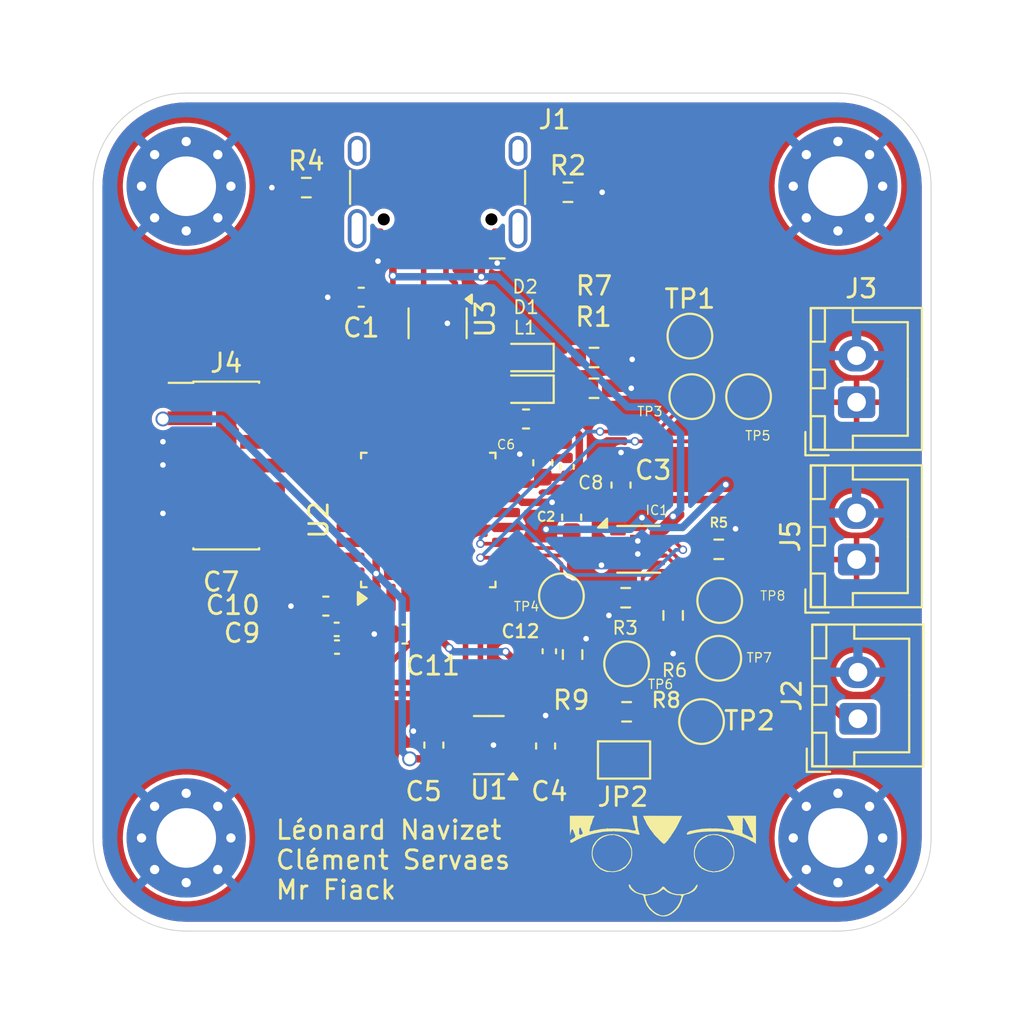
<source format=kicad_pcb>
(kicad_pcb (version 20240108) (generator "pcbnew") (generator_version "8.0")
  (title_block (title "Batterie") (date "2025-03-10") (company "ENSEA") (comment 1 "Léonard NAVIZET") (comment 2 "Clément Servaes"))
  (layers (0 "F.Cu" signal) (31 "B.Cu" signal) (34 "B.Paste" user) (35 "F.Paste" user) (36 "B.SilkS" user "B.Silkscreen") (37 "F.SilkS" user "F.Silkscreen") (38 "B.Mask" user) (39 "F.Mask" user) (44 "Edge.Cuts" user))
  (net 0 "")
  (net 1 "+5V")
  (net 2 "GND")
  (net 3 "SYS")
  (net 4 "BAT")
  (net 5 "+3.3V")
  (net 6 "+3.3VA")
  (net 7 "NRST")
  (net 8 "LED_Status")
  (net 9 "STAT2")
  (net 10 "STAT1")
  (net 11 "Charge Enabler")
  (net 13 "D_p_1")
  (net 16 "Net-(J1-CC1)")
  (net 17 "Net-(J1-CC2)")
  (net 20 "D_m_1")
  (net 24 "USART2_RX")
  (net 25 "USART2_TX")
  (net 26 "SYS_SWCLK")
  (net 28 "SYS_SWDIO")
  (net 33 "D_m_2")
  (net 39 "LED_Playing")
  (net 40 "/VIN")
  (net 41 "D_p_2")
  (net 43 "VBAT")
  (net 49 "/LED_Stat")
  (net 50 "/LED_play")
  (net 51 "/Iset")
  (net 52 "/Ilim{slash}Vset")
  (net 53 "/TS MR")
  (footprint "Capacitor_SMD:C_0603_1608Metric" (layer "F.Cu") (at 130.7 67.775 90)
    (property "Reference" "C2")
    (property "Value" "10uF")
  )
  (footprint "Resistor_SMD:R_0603_1608Metric" (layer "F.Cu") (at 131.9 60.85)
    (property "Reference" "R1")
    (property "Value" "1k")
  )
  (footprint "Capacitor_SMD:C_0402_1005Metric" (layer "F.Cu") (at 118.08 73.8 180)
    (property "Reference" "C10")
    (property "Value" "100 nF")
  )
  (footprint "Connector_USB:USB_C_Receptacle_HCTL_HC-TYPE-C-16P-01A" (layer "F.Cu") (at 123.5 49.175 180)
    (property "Reference" "J1")
    (property "Value" "USB_C_Receptacle_USB2.0_16P")
  )
  (footprint "LOGO" (layer "F.Cu") (at 135.6 86.625)
    (property "Reference" "G***" (hide yes))
    (property "Value" "LOGO" (hide yes))
  )
  (footprint "Resistor_SMD:R_0603_1608Metric" (layer "F.Cu") (at 130.75 75.15 90)
    (property "Reference" "R9")
    (property "Value" "1k")
  )
  (footprint "LED_SMD:LED_0603_1608Metric" (layer "F.Cu") (at 128.25 59.2 180)
    (property "Reference" "D2")
    (property "Value" "Green_LED")
  )
  (footprint "TestPoint:TestPoint_Pad_D2.0mm" (layer "F.Cu") (at 137.675 78.75)
    (property "Reference" "TP2")
    (property "Value" "TestPoint")
  )
  (footprint "Package_QFP:LQFP-32_7x7mm_P0.8mm" (layer "F.Cu") (at 123 67.925 90)
    (property "Reference" "U2")
    (property "Value" "STM32G431KBTx")
  )
  (footprint "MountingHole:MountingHole_3.2mm_M3_Pad_Via" (layer "F.Cu") (at 110 85)
    (property "Reference" "H4" (hide yes))
    (property "Value" "MountingHole_Pad")
  )
  (footprint "Connector_JST:JST_XH_B2B-XH-A_1x02_P2.50mm_Vertical" (layer "F.Cu") (at 146 70.05 90)
    (property "Reference" "J5")
    (property "Value" "Conn_01x02")
  )
  (footprint "Resistor_SMD:R_0603_1608Metric" (layer "F.Cu") (at 138.6 69.5)
    (property "Reference" "R5")
    (property "Value" "300")
  )
  (footprint "TestPoint:TestPoint_Pad_D2.0mm" (layer "F.Cu") (at 137.05 58.05)
    (property "Reference" "TP1")
    (property "Value" "TestPoint")
  )
  (footprint "Capacitor_SMD:C_0603_1608Metric" (layer "F.Cu") (at 129.3 80.0625 90)
    (property "Reference" "C4")
    (property "Value" "1 µ")
  )
  (footprint "Capacitor_SMD:C_0603_1608Metric" (layer "F.Cu") (at 121.75 74.05 180)
    (property "Reference" "C11")
    (property "Value" "100uF")
  )
  (footprint "Capacitor_SMD:C_0603_1608Metric" (layer "F.Cu") (at 119.4 55.9625)
    (property "Reference" "C1")
    (property "Value" "1uF")
  )
  (footprint "Jumper:SolderJumper-2_P1.3mm_Open_TrianglePad1.0x1.5mm" (layer "F.Cu") (at 133.5125 80.8125)
    (property "Reference" "JP2")
    (property "Value" "SolderJumper_2_Open")
  )
  (footprint "Inductor_SMD:L_0603_1608Metric" (layer "F.Cu") (at 128.25 62.5 180)
    (property "Reference" "L1")
    (property "Value" "39 nH")
  )
  (footprint "Resistor_SMD:R_0603_1608Metric" (layer "F.Cu") (at 116.45 50.075)
    (property "Reference" "R4")
    (property "Value" "5.1k")
  )
  (footprint "MountingHole:MountingHole_3.2mm_M3_Pad_Via" (layer "F.Cu") (at 145 85)
    (property "Reference" "H3" (hide yes))
    (property "Value" "MountingHole_Pad")
  )
  (footprint "TestPoint:TestPoint_Pad_D2.0mm" (layer "F.Cu") (at 133.65 75.65)
    (property "Reference" "TP6")
    (property "Value" "TestPoint")
  )
  (footprint "Capacitor_SMD:C_0603_1608Metric" (layer "F.Cu") (at 117.5 72.55 180)
    (property "Reference" "C7")
    (property "Value" "4.7 µF")
  )
  (footprint "Capacitor_SMD:C_0603_1608Metric" (layer "F.Cu") (at 123.3 80.0125 90)
    (property "Reference" "C5")
    (property "Value" "1 µ")
  )
  (footprint "Resistor_SMD:R_0603_1608Metric" (layer "F.Cu") (at 133.65 78.225 180)
    (property "Reference" "R8")
    (property "Value" "9k")
  )
  (footprint "Capacitor_SMD:C_0603_1608Metric" (layer "F.Cu") (at 133.35 66.05 -90)
    (property "Reference" "C3")
    (property "Value" "10uF")
  )
  (footprint "Resistor_SMD:R_0603_1608Metric" (layer "F.Cu") (at 136.15 73.05 -90)
    (property "Reference" "R6")
    (property "Value" "6.8 k")
  )
  (footprint "MountingHole:MountingHole_3.2mm_M3_Pad_Via" (layer "F.Cu") (at 110 50)
    (property "Reference" "H2" (hide yes))
    (property "Value" "MountingHole_Pad")
  )
  (footprint "Connector_JST:JST_XH_B2B-XH-A_1x02_P2.50mm_Vertical" (layer "F.Cu") (at 146.075 78.6 90)
    (property "Reference" "J2")
    (property "Value" "Conn_01x02")
  )
  (footprint "LED_SMD:LED_0603_1608Metric" (layer "F.Cu") (at 128.25 60.9 180)
    (property "Reference" "D1")
    (property "Value" "Green_LED")
  )
  (footprint "Package_TO_SOT_SMD:SOT-23-6" (layer "F.Cu") (at 123.5 57.3625 -90)
    (property "Reference" "U3")
    (property "Value" "USBLC6-2SC6")
  )
  (footprint "TestPoint:TestPoint_Pad_D2.0mm" (layer "F.Cu") (at 138.6 75.35)
    (property "Reference" "TP7")
    (property "Value" "TestPoint")
  )
  (footprint "Capacitor_SMD:C_0603_1608Metric" (layer "F.Cu") (at 129.15 64.85 90)
    (property "Reference" "C6")
    (property "Value" "1 µF")
  )
  (footprint "Package_TO_SOT_SMD:SOT-23-5" (layer "F.Cu") (at 126.25 80.0125 180)
    (property "Reference" "U1")
    (property "Value" "BU33SD5WG-TR")
  )
  (footprint "Capacitor_SMD:C_0402_1005Metric" (layer "F.Cu") (at 130.45 65.07 90)
    (property "Reference" "C8")
    (property "Value" "10 nF")
  )
  (footprint "Package_SON:WSON-10-1EP_2.5x2.5mm_P0.5mm_EP1.2x2mm" (layer "F.Cu") (at 134.4 69.63)
    (property "Reference" "IC1")
    (property "Value" "BQ25185DLHR")
  )
  (footprint "Connector_JST:JST_XH_B2B-XH-A_1x02_P2.50mm_Vertical" (layer "F.Cu") (at 146 61.6 90)
    (property "Reference" "J3")
    (property "Value" "Conn_01x02")
  )
  (footprint "Capacitor_SMD:C_0402_1005Metric" (layer "F.Cu") (at 118.1 74.75 180)
    (property "Reference" "C9")
    (property "Value" "100 nF")
  )
  (footprint "TestPoint:TestPoint_Pad_D2.0mm" (layer "F.Cu") (at 137.15 61.3)
    (property "Reference" "TP3")
    (property "Value" "TestPoint")
  )
  (footprint "TestPoint:TestPoint_Pad_D2.0mm" (layer "F.Cu") (at 130.15 72)
    (property "Reference" "TP4")
    (property "Value" "TestPoint")
  )
  (footprint "Resistor_SMD:R_0603_1608Metric" (layer "F.Cu") (at 133.6 72.1 180)
    (property "Reference" "R3")
    (property "Value" "10 k")
  )
  (footprint "Resistor_SMD:R_0603_1608Metric" (layer "F.Cu") (at 131.9 59.2)
    (property "Reference" "R7")
    (property "Value" "1k")
  )
  (footprint "Capacitor_SMD:C_0402_1005Metric" (layer "F.Cu") (at 129.5 74.975 90)
    (property "Reference" "C12")
    (property "Value" "100nF")
  )
  (footprint "Resistor_SMD:R_0603_1608Metric" (layer "F.Cu") (at 130.5 50.325)
    (property "Reference" "R2")
    (property "Value" "5.1k")
  )
  (footprint "MountingHole:MountingHole_3.2mm_M3_Pad_Via" (layer "F.Cu") (at 145 50)
    (property "Reference" "H1" (hide yes))
    (property "Value" "MountingHole_Pad")
  )
  (footprint "TestPoint:TestPoint_Pad_D2.0mm" (layer "F.Cu") (at 138.65 72.25)
    (property "Reference" "TP8")
    (property "Value" "TestPoint")
  )
  (footprint "Connector_PinHeader_1.27mm:PinHeader_2x07_P1.27mm_Vertical_SMD" (layer "F.Cu") (at 112.15 65)
    (property "Reference" "J4")
    (property "Value" "Conn_ST_STDC14")
  )
  (footprint "TestPoint:TestPoint_Pad_D2.0mm" (layer "F.Cu") (at 140.2 61.3)
    (property "Reference" "TP5")
    (property "Value" "TestPoint")
  )
  (gr_line (start 150 85) (end 150 50) (stroke (width 0.05)) (layer "Edge.Cuts"))
  (gr_line (start 110 90) (end 145 90) (stroke (width 0.05)) (layer "Edge.Cuts"))
  (gr_line (start 105 50) (end 105 85) (stroke (width 0.05)) (layer "Edge.Cuts"))
  (gr_arc (start 145 45) (mid 148.535534 46.464466) (end 150 50) (stroke (width 0.05)) (layer "Edge.Cuts"))
  (gr_line (start 145 45) (end 110 45) (stroke (width 0.05)) (layer "Edge.Cuts"))
  (gr_arc (start 150 85) (mid 148.535534 88.535534) (end 145 90) (stroke (width 0.05)) (layer "Edge.Cuts"))
  (gr_arc (start 110 90) (mid 106.464466 88.535534) (end 105 85) (stroke (width 0.05)) (layer "Edge.Cuts"))
  (gr_arc (start 105 50) (mid 106.464466 46.464466) (end 110 45) (stroke (width 0.05)) (layer "Edge.Cuts"))
  (gr_text "Léonard Navizet\nClément Servaes\nMr Fiack\n" (at 114.725 88.375 0) (layer "F.SilkS") (effects (font (size 1 1)) (justify left bottom)))
  (segment (start 125.85 54.8625) (end 125.85 52.795) (width 0.4) (layer "F.Cu") (net 1))
  (segment (start 123.5 58.5) (end 123.5 57.7625) (width 0.3) (layer "F.Cu") (net 1))
  (segment (start 122.15 57.4125) (end 121.1 56.3625) (width 0.3) (layer "F.Cu") (net 1))
  (segment (start 125.85 52.97) (end 125.9 52.92) (width 0.4) (layer "F.Cu") (net 1))
  (segment (start 121.1 55.9625) (end 121.1 54.8125) (width 0.3) (layer "F.Cu") (net 1))
  (segment (start 121.1 52.745) (end 121.1 54.8125) (width 0.4) (layer "F.Cu") (net 1))
  (segment (start 121.1 56.3625) (end 121.1 55.9625) (width 0.3) (layer "F.Cu") (net 1))
  (segment (start 123.5 57.7625) (end 123.15 57.4125) (width 0.3) (layer "F.Cu") (net 1))
  (segment (start 123.15 57.4125) (end 122.15 57.4125) (width 0.3) (layer "F.Cu") (net 1))
  (segment (start 120.175 55.9625) (end 121.1 55.9625) (width 0.3) (layer "F.Cu") (net 1))
  (via (at 136.15 67.725) (size 0.45) (drill 0.3) (layers "F.Cu" "B.Cu") (net 1))
  (via (at 125.85 54.8625) (size 0.45) (drill 0.3) (layers "F.Cu" "B.Cu") (net 1))
  (via (at 121.1 54.8125) (size 0.45) (drill 0.3) (layers "F.Cu" "B.Cu") (net 1))
  (segment (start 136.55 67.325) (end 136.55 63.301471) (width 0.4) (layer "B.Cu") (net 1))
  (segment (start 125.85 54.8625) (end 121.15 54.8625) (width 0.4) (layer "B.Cu") (net 1))
  (segment (start 121.15 54.8625) (end 121.1 54.8125) (width 0.4) (layer "B.Cu") (net 1))
  (segment (start 133.7 61.85) (end 126.7125 54.8625) (width 0.4) (layer "B.Cu") (net 1))
  (segment (start 136.15 67.725) (end 136.55 67.325) (width 0.4) (layer "B.Cu") (net 1))
  (segment (start 135.098529 61.85) (end 133.7 61.85) (width 0.4) (layer "B.Cu") (net 1))
  (segment (start 126.7125 54.8625) (end 125.85 54.8625) (width 0.4) (layer "B.Cu") (net 1))
  (segment (start 136.55 63.301471) (end 135.098529 61.85) (width 0.4) (layer "B.Cu") (net 1))
  (segment (start 128.050216 66.975) (end 129.65 66.975) (width 0.4) (layer "F.Cu") (net 2))
  (segment (start 139.5125 69.5) (end 139.5125 68.4125) (width 0.4) (layer "F.Cu") (net 2))
  (segment (start 132.6875 73.0375) (end 132.7 73.05) (width 0.4) (layer "F.Cu") (net 2))
  (segment (start 136.15 73.9625) (end 136.15 75.1) (width 0.4) (layer "F.Cu") (net 2))
  (segment (start 110.17 64.97) (end 110.2 65) (width 0.4) (layer "F.Cu") (net 2))
  (segment (start 131.45 74.325) (end 131.475 74.3) (width 0.4) (layer "F.Cu") (net 2))
  (segment (start 123.5 57.0625) (end 123.5 56.225) (width 0.3) (layer "F.Cu") (net 2))
  (segment (start 127.9125 64.3875) (end 127.175 65.125) (width 0.4) (layer "F.Cu") (net 2))
  (segment (start 132.42 70.23) (end 132.3 70.35) (width 0.2) (layer "F.Cu") (net 2))
  (segment (start 128.225 64.075) (end 127.9125 64.3875) (width 0.4) (layer "F.Cu") (net 2))
  (segment (start 129.665 64.59) (end 129.15 64.075) (width 0.4) (layer "F.Cu") (net 2))
  (segment (start 142.4 49.8) (end 142.6 50) (width 0.4) (layer "F.Cu") (net 2))
  (segment (start 126.5 80.0125) (end 127.3875 80.0125) (width 0.4) (layer "F.Cu") (net 2))
  (segment (start 124.025 57.3625) (end 123.8 57.3625) (width 0.3) (layer "F.Cu") (net 2))
  (segment (start 118.625 55.9625) (end 117.6 55.9625) (width 0.4) (layer "F.Cu") (net 2))
  (segment (start 117.6 74.73) (end 117.62 74.75) (width 0.4) (layer "F.Cu") (net 2))
  (segment (start 108.75 64.97) (end 110.17 64.97) (width 0.4) (layer "F.Cu") (net 2))
  (segment (start 131.4125 50.325) (end 132.3375 50.325) (width 0.4) (layer "F.Cu") (net 2))
  (segment (start 110.17 67.57) (end 110.2 67.54) (width 0.4) (layer "F.Cu") (net 2))
  (segment (start 117.6 73.8) (end 117.6 74.73) (width 0.4) (layer "F.Cu") (net 2))
  (segment (start 139.5125 68.4125) (end 139.5 68.4) (width 0.4) (layer "F.Cu") (net 2))
  (segment (start 110.19 63.72) (end 110.2 63.73) (width 0.4) (layer "F.Cu") (net 2))
  (segment (start 118.825 70.725) (end 118.55 70.725) (width 0.4) (layer "F.Cu") (net 2))
  (segment (start 130.58 74.495) (end 130.75 74.325) (width 0.4) (layer "F.Cu") (net 2))
  (segment (start 127.175 65.125) (end 127.25 65.2) (width 0.4) (layer "F.Cu") (net 2))
  (segment (start 130.35 64.59) (end 129.665 64.59) (width 0.4) (layer "F.Cu") (net 2))
  (segment (start 127.800216 66.725) (end 128.050216 66.975) (width 0.4) (layer "F.Cu") (net 2))
  (segment (start 108.75 63.72) (end 110.19 63.72) (width 0.4) (layer "F.Cu") (net 2))
  (segment (start 129.65 66.975) (end 130.5 66.975) (width 0.4) (layer "F.Cu") (net 2))
  (segment (start 132.8125 60.85) (end 133.9 60.85) (width 0.4) (layer "F.Cu") (net 2))
  (segment (start 132.6875 72.1) (end 132.6875 73.0375) (width 0.4) (layer "F.Cu") (net 2))
  (segment (start 127.175 66.725) (end 127.800216 66.725) (width 0.4) (layer "F.Cu") (net 2))
  (segment (start 130.5 66.975) (end 130.7 66.775) (width 0.4) (layer "F.Cu") (net 2))
  (segment (start 116.725 72.55) (end 115.625 72.55) (width 0.4) (layer "F.Cu") (net 2))
  (segment (start 120.1 74.05) (end 120.8875 74.05) (width 0.4) (layer "F.Cu") (net 2))
  (segment (start 129.5 74.495) (end 130.58 74.495) (width 0.4) (layer "F.Cu") (net 2))
  (segment (start 122.225 79.2375) (end 122.2 79.2625) (width 0.4) (layer "F.Cu") (net 2))
  (segment (start 123.3 79.2375) (end 122.225 79.2375) (width 0.4) (layer "F.Cu") (net 2))
  (segment (start 129.15 64.075) (end 128.225 64.075) (width 0.4) (layer "F.Cu") (net 2))
  (segment (start 108.75 67.57) (end 110.17 67.57) (width 0.4) (layer "F.Cu") (net 2))
  (segment (start 133.1875 70.23) (end 132.42 70.23) (width 0.2) (layer "F.Cu") (net 2))
  (segment (start 123.8 57.3625) (end 123.5 57.0625) (width 0.3) (layer "F.Cu") (net 2))
  (segment (start 129.3 78.425) (end 129.3 79.2) (width 0.4) (layer "F.Cu") (net 2))
  (segment (start 117.6 73.8) (end 117.6 73.425) (width 0.4) (layer "F.Cu") (net 2))
  (segment (start 120.3 52.92) (end 120.3 54.025) (width 0.4) (layer "F.Cu") (net 2))
  (segment (start 132.8125 59.3) (end 133.95 59.3) (width 0.4) (layer "F.Cu") (net 2))
  (segment (start 118.55 70.725) (end 116.725 72.55) (width 0.4) (layer "F.Cu") (net 2))
  (segment (start 126.7 52.92) (end 126.7 54.125) (width 0.4) (layer "F.Cu") (net 2))
  (segment (start 133.35 65.275) (end 133.35 64.3) (width 0.4) (layer "F.Cu") (net 2))
  (segment (start 117.6 73.425) (end 116.725 72.55) (width 0.4) (layer "F.Cu") (net 2))
  (segment (start 130.75 74.325) (end 131.45 74.325) (width 0.4) (layer "F.Cu") (net 2))
  (segment (start 115.5375 50.075) (end 114.6 50.075) (width 0.4) (layer "F.Cu") (net 2))
  (via (at 108.75 63.72) (size 0.45) (drill 0.3) (layers "F.Cu" "B.Cu") (net 2))
  (via (at 126.7 54.125) (size 0.45) (drill 0.3) (layers "F.Cu" "B.Cu") (net 2))
  (via (at 122.2 79.2625) (size 0.45) (drill 0.3) (layers "F.Cu" "B.Cu") (net 2))
  (via (at 132.7 73.05) (size 0.45) (drill 0.3) (layers "F.Cu" "B.Cu") (net 2))
  (via (at 129.65 66.975) (size 0.45) (drill 0.3) (layers "F.Cu" "B.Cu") (net 2))
  (via (at 134.25 69.75) (size 0.45) (drill 0.3) (layers "F.Cu" "B.Cu") (net 2))
  (via (at 108.75 67.57) (size 0.45) (drill 0.3) (layers "F.Cu" "B.Cu") (net 2))
  (via (at 124.025 57.3625) (size 0.45) (drill 0.3) (layers "F.Cu" "B.Cu") (net 2))
  (via (at 133.35 64.3) (size 0.45) (drill 0.3) (layers "F.Cu" "B.Cu") (net 2))
  (via (at 136.15 75.1) (size 0.45) (drill 0.3) (layers "F.Cu" "B.Cu") (net 2))
  (via (at 108.75 64.97) (size 0.45) (drill 0.3) (layers "F.Cu" "B.Cu") (net 2))
  (via (at 132.3 70.35) (size 0.45) (drill 0.3) (layers "F.Cu" "B.Cu") (net 2))
  (via (at 134.25 69.05) (size 0.45) (drill 0.3) (layers "F.Cu" "B.Cu") (net 2))
  (via (at 120.1 74.05) (size 0.45) (drill 0.3) (layers "F.Cu" "B.Cu") (net 2))
  (via (at 132.3375 50.325) (size 0.45) (drill 0.3) (layers "F.Cu" "B.Cu") (net 2))
  (via (at 127.9125 64.3875) (size 0.45) (drill 0.3) (layers "F.Cu" "B.Cu") (net 2))
  (via (at 139.5 68.4) (size 0.45) (drill 0.3) (layers "F.Cu" "B.Cu") (net 2))
  (via (at 129.3 78.425) (size 0.45) (drill 0.3) (layers "F.Cu" "B.Cu") (net 2))
  (via (at 114.6 50.075) (size 0.45) (drill 0.3) (layers "F.Cu" "B.Cu") (net 2))
  (via (at 115.625 72.55) (size 0.45) (drill 0.3) (layers "F.Cu" "B.Cu") (net 2))
  (via (at 131.475 74.3) (size 0.45) (drill 0.3) (layers "F.Cu" "B.Cu") (net 2))
  (via (at 126.5 80.0125) (size 0.45) (drill 0.3) (layers "F.Cu" "B.Cu") (net 2))
  (via (at 120.3 54.025) (size 0.45) (drill 0.3) (layers "F.Cu" "B.Cu") (net 2))
  (via (at 133.95 59.3) (size 0.45) (drill 0.3) (layers "F.Cu" "B.Cu") (net 2))
  (via (at 117.6 55.9625) (size 0.45) (drill 0.3) (layers "F.Cu" "B.Cu") (net 2))
  (via (at 133.9 60.85) (size 0.45) (drill 0.3) (layers "F.Cu" "B.Cu") (net 2))
  (segment (start 134.2375 80.8125) (end 134.2375 81.0875) (width 0.4) (layer "F.Cu") (net 3))
  (segment (start 137.05 58.05) (end 137.05 58.75) (width 0.2) (layer "F.Cu") (net 3))
  (segment (start 130.625 68.4) (end 130.7 68.325) (width 0.2) (layer "F.Cu") (net 3))
  (segment (start 131.005 68.63) (end 130.7 68.325) (width 0.2) (layer "F.Cu") (net 3))
  (via (at 129.325 68.425) (size 0.45) (drill 0.3) (layers "F.Cu" "B.Cu") (net 3))
  (via (at 134.475 67.8) (size 0.45) (drill 0.3) (layers "F.Cu" "B.Cu") (net 3))
  (via (at 138.975 66.025) (size 0.45) (drill 0.3) (layers "F.Cu" "B.Cu") (net 3))
  (segment (start 138.951471 66.025) (end 138.975 66.025) (width 0.4) (layer "B.Cu") (net 3))
  (segment (start 135 68.325) (end 136.651471 68.325) (width 0.4) (layer "B.Cu") (net 3))
  (segment (start 134.475 67.8) (end 135 68.325) (width 0.4) (layer "B.Cu") (net 3))
  (segment (start 133.85 68.425) (end 134.475 67.8) (width 0.4) (layer "B.Cu") (net 3))
  (segment (start 136.651471 68.325) (end 138.951471 66.025) (width 0.4) (layer "B.Cu") (net 3))
  (segment (start 129.325 68.425) (end 133.85 68.425) (width 0.4) (layer "B.Cu") (net 3))
  (segment (start 142.625 75.875) (end 142.85 76.1) (width 0.4) (layer "F.Cu") (net 4))
  (segment (start 140.55 67.55) (end 139.825 66.825) (width 0.4) (layer "F.Cu") (net 4))
  (segment (start 140.55 68.8) (end 140.55 67.55) (width 0.4) (layer "F.Cu") (net 4))
  (segment (start 145.35 78.6) (end 142.85 76.1) (width 0.4) (layer "F.Cu") (net 4))
  (segment (start 132.155 69.03) (end 132.125 69) (width 0.2) (layer "F.Cu") (net 4))
  (segment (start 140.55 75.875) (end 137.675 78.75) (width 0.4) (layer "F.Cu") (net 4))
  (segment (start 140.55 73.8) (end 140.55 75.875) (width 0.4) (layer "F.Cu") (net 4))
  (segment (start 135 78.75) (end 134.475 78.225) (width 0.4) (layer "F.Cu") (net 4))
  (segment (start 134.7 78.225) (end 134.475 78.225) (width 0.4) (layer "F.Cu") (net 4))
  (segment (start 140.55 75.875) (end 142.625 75.875) (width 0.4) (layer "F.Cu") (net 4))
  (segment (start 140.55 73.8) (end 140.55 68.8) (width 0.4) (layer "F.Cu") (net 4))
  (segment (start 137.675 78.75) (end 135 78.75) (width 0.4) (layer "F.Cu") (net 4))
  (segment (start 133.1875 69.03) (end 132.155 69.03) (width 0.2) (layer "F.Cu") (net 4))
  (segment (start 146.075 78.6) (end 145.35 78.6) (width 0.4) (layer "F.Cu") (net 4))
  (segment (start 139.825 66.825) (end 133.35 66.825) (width 0.4) (layer "F.Cu") (net 4))
  (segment (start 118.275 72.55) (end 118.275 73.515) (width 0.4) (layer "F.Cu") (net 5))
  (segment (start 125.8 64.450216) (end 125.8 63.825) (width 0.4) (layer "F.Cu") (net 5))
  (segment (start 118.58 74.75) (end 118.58 73.82) (width 0.4) (layer "F.Cu") (net 5))
  (segment (start 110.16 62.5) (end 110.2 62.46) (width 0.4) (layer "F.Cu") (net 5))
  (segment (start 119.425 72.875) (end 120.2 72.1) (width 0.4) (layer "F.Cu") (net 5))
  (segment (start 122 80.75) (end 123.2625 80.75) (width 0.4) (layer "F.Cu") (net 5))
  (segment (start 118.275 73.515) (end 118.56 73.8) (width 0.4) (layer "F.Cu") (net 5))
  (segment (start 118.6 72.875) (end 119.425 72.875) (width 0.4) (layer "F.Cu") (net 5))
  (segment (start 120.2 72.175) (end 120.2 70.8) (width 0.4) (layer "F.Cu") (net 5))
  (segment (start 118.275 72.55) (end 118.6 72.875) (width 0.4) (layer "F.Cu") (net 5))
  (segment (start 123.2625 80.75) (end 123.3 80.7875) (width 0.4) (layer "F.Cu") (net 5))
  (segment (start 108.75 62.5) (end 110.16 62.5) (width 0.4) (layer "F.Cu") (net 5))
  (segment (start 120.2 70.8) (end 120.2 70.050216) (width 0.4) (layer "F.Cu") (net 5))
  (segment (start 125.1125 80.9625) (end 123.475 80.9625) (width 0.4) (layer "F.Cu") (net 5))
  (segment (start 123.475 80.9625) (end 123.3 80.7875) (width 0.4) (layer "F.Cu") (net 5))
  (segment (start 125.8 63.825) (end 126.05 63.825) (width 0.4) (layer "F.Cu") (net 5))
  (segment (start 118.58 73.82) (end 118.56 73.8) (width 0.4) (layer "F.Cu") (net 5))
  (segment (start 126.05 63.825) (end 127.375 62.5) (width 0.4) (layer "F.Cu") (net 5))
  (segment (start 120.2 70.050216) (end 125.8 64.450216) (width 0.4) (layer "F.Cu") (net 5))
  (via (at 122 80.75) (size 0.8) (drill 0.6) (layers "F.Cu" "B.Cu") (net 5))
  (via (at 108.75 62.5) (size 0.8) (drill 0.6) (layers "F.Cu" "B.Cu") (net 5))
  (via (at 120.2 70.8) (size 0.45) (drill 0.3) (layers "F.Cu" "B.Cu") (net 5))
  (segment (start 120.2 70.8) (end 121.6 72.2) (width 0.4) (layer "B.Cu") (net 5))
  (segment (start 121.6 80.35) (end 122 80.75) (width 0.4) (layer "B.Cu") (net 5))
  (segment (start 120.2 70.8) (end 111.9 62.5) (width 0.4) (layer "B.Cu") (net 5))
  (segment (start 121.6 72.2) (end 121.6 80.35) (width 0.4) (layer "B.Cu") (net 5))
  (segment (start 111.9 62.5) (end 108.75 62.5) (width 0.4) (layer "B.Cu") (net 5))
  (segment (start 128.775 66) (end 129.15 65.625) (width 0.4) (layer "F.Cu") (net 6))
  (segment (start 131.11 65.09) (end 130.65 65.55) (width 0.4) (layer "F.Cu") (net 6))
  (segment (start 130.275 65.625) (end 130.35 65.55) (width 0.4) (layer "F.Cu") (net 6))
  (segment (start 127.175 66) (end 128.775 66) (width 0.4) (layer "F.Cu") (net 6))
  (segment (start 130.25 62.5) (end 131.11 63.36) (width 0.4) (layer "F.Cu") (net 6))
  (segment (start 131.11 63.36) (end 131.11 65.09) (width 0.4) (layer "F.Cu") (net 6))
  (segment (start 129.15 65.625) (end 130.275 65.625) (width 0.4) (layer "F.Cu") (net 6))
  (segment (start 129.125 62.5) (end 130.25 62.5) (width 0.4) (layer "F.Cu") (net 6))
  (segment (start 130.65 65.55) (end 130.45 65.55) (width 0.4) (layer "F.Cu") (net 6))
  (segment (start 115.39 67.54) (end 115.6 67.75) (width 0.3) (layer "F.Cu") (net 7))
  (segment (start 114.625 70.455) (end 114.625 73.125) (width 0.3) (layer "F.Cu") (net 7))
  (segment (start 120.725 75.85) (end 122.525 74.05) (width 0.3) (layer "F.Cu") (net 7))
  (segment (start 122.6 74.0375) (end 122.6125 74.05) (width 0.3) (layer "F.Cu") (net 7))
  (segment (start 114.625 73.125) (end 117.35 75.85) (width 0.3) (layer "F.Cu") (net 7))
  (segment (start 122.6 72.175) (end 122.6 74.0375) (width 0.3) (layer "F.Cu") (net 7))
  (segment (start 117.35 75.85) (end 120.725 75.85) (width 0.3) (layer "F.Cu") (net 7))
  (segment (start 115.6 69.48) (end 114.625 70.455) (width 0.3) (layer "F.Cu") (net 7))
  (segment (start 114.1 67.54) (end 115.39 67.54) (width 0.3) (layer "F.Cu") (net 7))
  (segment (start 115.6 67.75) (end 115.6 69.48) (width 0.3) (layer "F.Cu") (net 7))
  (segment (start 127.25 60.9) (end 125 63.15) (width 0.3) (layer "F.Cu") (net 8))
  (segment (start 125 63.15) (end 125 63.825) (width 0.3) (layer "F.Cu") (net 8))
  (segment (start 127.375 60.9) (end 127.25 60.9) (width 0.3) (layer "F.Cu") (net 8))
  (segment (start 125.8 69.2) (end 127.733794 69.2) (width 0.2) (layer "F.Cu") (net 9))
  (segment (start 132.225 63.175) (end 135.275 63.175) (width 0.2) (layer "F.Cu") (net 9))
  (segment (start 127.733794 69.2) (end 127.963794 69.43) (width 0.2) (layer "F.Cu") (net 9))
  (segment (start 127.963794 69.43) (end 133.1875 69.43) (width 0.2) (layer "F.Cu") (net 9))
  (segment (start 135.275 63.175) (end 137.15 61.3) (width 0.2) (layer "F.Cu") (net 9))
  (via (at 125.8 69.2) (size 0.45) (drill 0.3) (layers "F.Cu" "B.Cu") (net 9))
  (via (at 132.225 63.175) (size 0.45) (drill 0.3) (layers "F.Cu" "B.Cu") (net 9))
  (segment (start 132.225 63.175) (end 131.525 63.175) (width 0.2) (layer "B.Cu") (net 9))
  (segment (start 125.8 68.9) (end 125.8 69.2) (width 0.2) (layer "B.Cu") (net 9))
  (segment (start 131.525 63.175) (end 125.8 68.9) (width 0.2) (layer "B.Cu") (net 9))
  (segment (start 125.8 69.95) (end 127.125 69.95) (width 0.2) (layer "F.Cu") (net 10))
  (segment (start 134.1 63.7) (end 138.05 63.7) (width 0.2) (layer "F.Cu") (net 10))
  (segment (start 136.18 69.03) (end 135.3 69.03) (width 0.2) (layer "F.Cu") (net 10))
  (segment (start 136.675 69.525) (end 136.18 69.03) (width 0.2) (layer "F.Cu") (net 10))
  (segment (start 127.125 69.95) (end 127.175 70) (width 0.2) (layer "F.Cu") (net 10))
  (segment (start 138.05 63.7) (end 140.2 61.55) (width 0.2) (layer "F.Cu") (net 10))
  (via (at 136.675 69.525) (size 0.45) (drill 0.3) (layers "F.Cu" "B.Cu") (net 10))
  (via (at 125.8 69.95) (size 0.45) (drill 0.3) (layers "F.Cu" "B.Cu") (net 10))
  (via (at 134.1 63.7) (size 0.45) (drill 0.3) (layers "F.Cu" "B.Cu") (net 10))
  (segment (start 134.1 63.7) (end 132.042893 63.7) (width 0.2) (layer "B.Cu") (net 10))
  (segment (start 134.95 70.875) (end 130.7 70.875) (width 0.2) (layer "B.Cu") (net 10))
  (segment (start 125.8 69.942893) (end 125.8 69.95) (width 0.2) (layer "B.Cu") (net 10))
  (segment (start 132.042893 63.7) (end 128.621447 67.121447) (width 0.2) (layer "B.Cu") (net 10))
  (segment (start 130.7 70.875) (end 127.783947 67.958947) (width 0.2) (layer "B.Cu") (net 10))
  (segment (start 136.675 69.525) (end 136.3 69.525) (width 0.2) (layer "B.Cu") (net 10))
  (segment (start 136.3 69.525) (end 134.95 70.875) (width 0.2) (layer "B.Cu") (net 10))
  (segment (start 128.621447 67.121447) (end 125.8 69.942893) (width 0.2) (layer "B.Cu") (net 10))
  (segment (start 130.15 72) (end 130.15 70.28) (width 0.2) (layer "F.Cu") (net 11))
  (segment (start 130.15 70.28) (end 129.7 69.83) (width 0.2) (layer "F.Cu") (net 11))
  (segment (start 129.7 69.83) (end 128.628794 69.83) (width 0.2) (layer "F.Cu") (net 11))
  (segment (start 128.628794 69.83) (end 127.658794 70.8) (width 0.2) (layer "F.Cu") (net 11))
  (segment (start 127.658794 70.8) (end 127.175 70.8) (width 0.2) (layer "F.Cu") (net 11))
  (segment (start 133.1875 69.83) (end 129.7 69.83) (width 0.2) (layer "F.Cu") (net 11))
  (segment (start 123.05 51.875) (end 122.75 52.175) (width 0.3) (layer "F.Cu") (net 13))
  (segment (start 122.55 56.225) (end 122.75 56.025) (width 0.3) (layer "F.Cu") (net 13))
  (segment (start 123.5 51.875) (end 123.05 51.875) (width 0.3) (layer "F.Cu") (net 13))
  (segment (start 123.75 52.125) (end 123.5 51.875) (width 0.3) (layer "F.Cu") (net 13))
  (segment (start 122.75 52.175) (end 122.75 52.92) (width 0.3) (layer "F.Cu") (net 13))
  (segment (start 122.75 56.025) (end 122.75 52.745) (width 0.3) (layer "F.Cu") (net 13))
  (segment (start 123.75 52.92) (end 123.75 52.125) (width 0.3) (layer "F.Cu") (net 13))
  (segment (start 124.75 52.05) (end 126.425 50.375) (width 0.3) (layer "F.Cu") (net 16))
  (segment (start 126.425 50.375) (end 129.3 50.375) (width 0.3) (layer "F.Cu") (net 16))
  (segment (start 124.75 52.92) (end 124.75 52.05) (width 0.3) (layer "F.Cu") (net 16))
  (segment (start 119.975 50.075) (end 117.3625 50.075) (width 0.3) (layer "F.Cu") (net 17))
  (segment (start 121.75 51.85) (end 119.975 50.075) (width 0.3) (layer "F.Cu") (net 17))
  (segment (start 121.75 52.92) (end 121.75 51.85) (width 0.3) (layer "F.Cu") (net 17))
  (segment (start 124.45 56.225) (end 124.45 55.2125) (width 0.3) (layer "F.Cu") (net 20))
  (segment (start 123.25 53.675) (end 123.25 52.92) (width 0.3) (layer "F.Cu") (net 20))
  (segment (start 123.95 53.875) (end 123.45 53.875) (width 0.3) (layer "F.Cu") (net 20))
  (segment (start 124.05 53.875) (end 123.95 53.875) (width 0.3) (layer "F.Cu") (net 20))
  (segment (start 124.25 53.675) (end 124.05 53.875) (width 0.3) (layer "F.Cu") (net 20))
  (segment (start 123.95 54.7125) (end 123.95 53.875) (width 0.3) (layer "F.Cu") (net 20))
  (segment (start 124.45 55.2125) (end 123.95 54.7125) (width 0.3) (layer "F.Cu") (net 20))
  (segment (start 123.45 53.875) (end 123.25 53.675) (width 0.3) (layer "F.Cu") (net 20))
  (segment (start 124.25 52.92) (end 124.25 53.675) (width 0.3) (layer "F.Cu") (net 20))
  (segment (start 114.5 77.25) (end 124.9 77.25) (width 0.3) (layer "F.Cu") (net 24))
  (segment (start 125.8 76.35) (end 125.8 72.175) (width 0.3) (layer "F.Cu") (net 24))
  (segment (start 124.9 77.25) (end 125.8 76.35) (width 0.3) (layer "F.Cu") (net 24))
  (segment (start 110.2 68.81) (end 110.2 72.95) (width 0.3) (layer "F.Cu") (net 24))
  (segment (start 110.2 72.95) (end 114.5 77.25) (width 0.3) (layer "F.Cu") (net 24))
  (segment (start 114.1 68.81) (end 114.1 74.15) (width 0.3) (layer "F.Cu") (net 25))
  (segment (start 116.6 76.65) (end 124.55 76.65) (width 0.3) (layer "F.Cu") (net 25))
  (segment (start 125 76.2) (end 125 72.175) (width 0.3) (layer "F.Cu") (net 25))
  (segment (start 124.55 76.65) (end 125 76.2) (width 0.3) (layer "F.Cu") (net 25))
  (segment (start 114.1 74.15) (end 116.6 76.65) (width 0.3) (layer "F.Cu") (net 25))
  (segment (start 120.2 63.825) (end 114.195 63.825) (width 0.3) (layer "F.Cu") (net 26))
  (segment (start 114.195 63.825) (end 114.1 63.73) (width 0.3) (layer "F.Cu") (net 26))
  (segment (start 121 62.85) (end 121 63.825) (width 0.3) (layer "F.Cu") (net 28))
  (segment (start 114.1 62.46) (end 120.61 62.46) (width 0.3) (layer "F.Cu") (net 28))
  (segment (start 120.61 62.46) (end 121 62.85) (width 0.3) (layer "F.Cu") (net 28))
  (segment (start 124.45 60.1) (end 122.6 61.95) (width 0.3) (layer "F.Cu") (net 33))
  (segment (start 122.675 63.825) (end 122.7 63.8) (width 0.3) (layer "F.Cu") (net 33))
  (segment (start 122.6 63.825) (end 122.675 63.825) (width 0.3) (layer "F.Cu") (net 33))
  (segment (start 122.6 61.95) (end 122.6 63.825) (width 0.3) (layer "F.Cu") (net 33))
  (segment (start 124.45 60.1) (end 124.45 58.5) (width 0.3) (layer "F.Cu") (net 33))
  (segment (start 127.225 59.35) (end 127.375 59.35) (width 0.3) (layer "F.Cu") (net 39))
  (segment (start 124.2 63.825) (end 124.2 62.375) (width 0.3) (layer "F.Cu") (net 39))
  (segment (start 124.2 62.375) (end 127.225 59.35) (width 0.3) (layer "F.Cu") (net 39))
  (segment (start 127.3875 80.9625) (end 128.3 80.9625) (width 0.4) (layer "F.Cu") (net 40))
  (segment (start 128.35 79.2625) (end 128.35 80.9125) (width 0.3) (layer "F.Cu") (net 40))
  (segment (start 128.15 79.0625) (end 128.35 79.2625) (width 0.3) (layer "F.Cu") (net 40))
  (segment (start 129.2125 81.0125) (end 129.3 80.925) (width 0.4) (layer "F.Cu") (net 40))
  (segment (start 132.7875 80.8125) (end 129.325 80.8125) (width 0.3) (layer "F.Cu") (net 40))
  (segment (start 128.3 80.9625) (end 129.2625 80.9625) (width 0.4) (layer "F.Cu") (net 40))
  (segment (start 129.2625 80.9625) (end 129.3 80.925) (width 0.4) (layer "F.Cu") (net 40))
  (segment (start 128.35 80.9125) (end 128.3 80.9625) (width 0.3) (layer "F.Cu") (net 40))
  (segment (start 129.325 80.8125) (end 129.3 80.8375) (width 0.3) (layer "F.Cu") (net 40))
  (segment (start 127.3875 79.0625) (end 128.15 79.0625) (width 0.3) (layer "F.Cu") (net 40))
  (segment (start 121.8 59.6125) (end 121.8 63.825) (width 0.3) (layer "F.Cu") (net 41))
  (segment (start 122.55 58.8625) (end 121.8 59.6125) (width 0.3) (layer "F.Cu") (net 41))
  (segment (start 122.55 58.5) (end 122.55 58.8625) (width 0.3) (layer "F.Cu") (net 41))
  (segment (start 127.605 75.455) (end 127.15 75) (width 0.4) (layer "F.Cu") (net 43))
  (segment (start 123.4 74.075) (end 123.4 72.1) (width 0.4) (layer "F.Cu") (net 43))
  (segment (start 130.02 75.975) (end 129.5 75.455) (width 0.4) (layer "F.Cu") (net 43))
  (segment (start 130.75 75.975) (end 130.02 75.975) (width 0.4) (layer "F.Cu") (net 43))
  (segment (start 132.825 78.05) (end 130.75 75.975) (width 0.4) (layer "F.Cu") (net 43))
  (segment (start 124.125 74.8) (end 123.4 74.075) (width 0.4) (layer "F.Cu") (net 43))
  (segment (start 129.5 75.455) (end 127.605 75.455) (width 0.4) (layer "F.Cu") (net 43))
  (segment (start 132.825 78.225) (end 132.825 78.05) (width 0.4) (layer "F.Cu") (net 43))
  (via (at 124.125 74.8) (size 0.45) (drill 0.3) (layers "F.Cu" "B.Cu") (net 43))
  (via (at 127.15 75) (size 0.45) (drill 0.3) (layers "F.Cu" "B.Cu") (net 43))
  (segment (start 124.325 75) (end 124.125 74.8) (width 0.4) (layer "B.Cu") (net 43))
  (segment (start 127.15 75) (end 124.325 75) (width 0.4) (layer "B.Cu") (net 43))
  (segment (start 129.125 60.9) (end 130.9375 60.9) (width 0.3) (layer "F.Cu") (net 49))
  (segment (start 130.9375 60.9) (end 130.9875 60.85) (width 0.3) (layer "F.Cu") (net 49))
  (segment (start 129.125 59.35) (end 130.9375 59.35) (width 0.3) (layer "F.Cu") (net 50))
  (segment (start 130.9375 59.35) (end 130.9875 59.3) (width 0.3) (layer "F.Cu") (net 50))
  (segment (start 135.3 69.43) (end 135.851148 69.43) (width 0.2) (layer "F.Cu") (net 51))
  (segment (start 137.6875 69.5375) (end 138.65 70.5) (width 0.3) (layer "F.Cu") (net 51))
  (segment (start 136.503852 70.075) (end 137.1125 70.075) (width 0.2) (layer "F.Cu") (net 51))
  (segment (start 137.6875 69.5) (end 137.6875 69.5375) (width 0.3) (layer "F.Cu") (net 51))
  (segment (start 136.5 70.078852) (end 136.503852 70.075) (width 0.2) (layer "F.Cu") (net 51))
  (segment (start 138.65 70.5) (end 138.65 72.25) (width 0.3) (layer "F.Cu") (net 51))
  (segment (start 137.1125 70.075) (end 137.6875 69.5) (width 0.2) (layer "F.Cu") (net 51))
  (segment (start 135.851148 69.43) (end 136.5 70.078852) (width 0.2) (layer "F.Cu") (net 51))
  (segment (start 136.15 72.1375) (end 138.6 74.5875) (width 0.3) (layer "F.Cu") (net 52))
  (segment (start 138.6 74.5875) (end 138.6 75.35) (width 0.3) (layer "F.Cu") (net 52))
  (segment (start 136.15 70.223826) (end 136.15 72.1375) (width 0.2) (layer "F.Cu") (net 52))
  (segment (start 135.756174 69.83) (end 136.15 70.223826) (width 0.2) (layer "F.Cu") (net 52))
  (segment (start 135.3 69.83) (end 135.756174 69.83) (width 0.2) (layer "F.Cu") (net 52))
  (segment (start 134.5125 72.1) (end 134.5125 74.7875) (width 0.3) (layer "F.Cu") (net 53))
  (segment (start 134.5125 74.7875) (end 133.65 75.65) (width 0.3) (layer "F.Cu") (net 53))
  (segment (start 134.5125 71.0175) (end 134.5125 72.1) (width 0.2) (layer "F.Cu") (net 53))
  (segment (start 135.3 70.23) (end 134.5125 71.0175) (width 0.2) (layer "F.Cu") (net 53))
  (zone (net 4) (net_name "BAT") (layer "F.Cu") (priority 3) (connect_pads yes (clearance 0.2)) (min_thickness 0.25) (fill yes (thermal_gap 0.5) (thermal_bridge_width 0.5))
    (polygon (pts (xy 132.6 68.9) (xy 133.625 68.9) (xy 133.625 69.15) (xy 131.775 69.15) (xy 131.775 66.725) (xy 133.5 66.725) (xy 133.5 67.225) (xy 132.325 67.225) (xy 132.325 68.625)))
  )
  (zone (net 3) (net_name "SYS") (layer "F.Cu") (priority 1) (connect_pads (clearance 0.2)) (min_thickness 0.25) (fill yes (thermal_gap 0.3) (thermal_bridge_width 0.3))
    (polygon (pts (xy 100 40) (xy 155 40) (xy 155 95) (xy 100 95)))
  )
  (zone (net 1) (net_name "+5V") (layer "F.Cu") (priority 2) (connect_pads yes (clearance 0.2)) (min_thickness 0.25) (fill yes (thermal_gap 0.5) (thermal_bridge_width 0.5))
    (polygon (pts (xy 135.05 68.5) (xy 135.05 68.75) (xy 135.75 68.75) (xy 136.75 67.75) (xy 136.75 67.45) (xy 136.1 67.45)))
  )
  (zone (net 3) (net_name "SYS") (layer "F.Cu") (priority 4) (connect_pads yes (clearance 0.2)) (min_thickness 0.25) (fill yes (thermal_gap 0.3) (thermal_bridge_width 0.3))
    (polygon (pts (xy 133.6 68.75) (xy 133.6 68.075) (xy 132.575 68.075) (xy 132.575 68.225) (xy 132.775 68.4) (xy 132.775 68.75)))
  )
  (zone (net 2) (net_name "GND") (layer "B.Cu") (connect_pads (clearance 0.2)) (min_thickness 0.25) (fill yes (thermal_gap 0.5) (thermal_bridge_width 0.5))
    (polygon (pts (xy 100 40) (xy 100 95) (xy 155 95) (xy 155 40)))
  )
)
</source>
